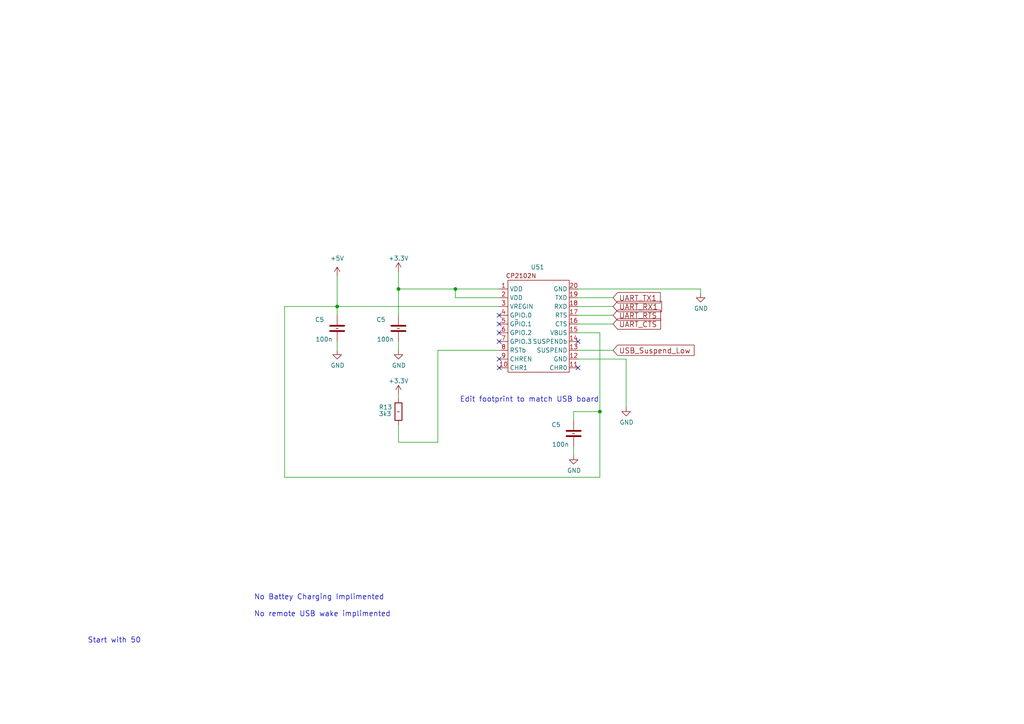
<source format=kicad_sch>
(kicad_sch (version 20230121) (generator eeschema)
  (paper "A4")
  (lib_symbols
    (symbol "Device:C" (pin_numbers hide) (pin_names (offset 0.254))
      (property "Reference" "C" (at 0.635 2.54 0))
      (property "Value" "C" (at 0.635 -2.54 0))
      (symbol "C_0_1"
        (polyline (pts (xy -2.032 -0.762) (xy 2.032 -0.762)) (stroke (width 0.508)))
        (polyline (pts (xy -2.032 0.762) (xy 2.032 0.762)) (stroke (width 0.508)))
      )
      (symbol "C_1_1"
        (pin passive line (at 0 3.81 270) (length 2.794) (name "~") (number "1"))
        (pin passive line (at 0 -3.81 90) (length 2.794) (name "~") (number "2"))
      )
    )
    (symbol "Device:R" (pin_numbers hide) (pin_names (offset 0))
      (property "Reference" "R" (at 2.032 0 90))
      (property "Value" "R" (at 0 0 90))
      (symbol "R_0_1"
        (rectangle (start -1.016 -2.54) (end 1.016 2.54) (stroke (width 0.254)))
      )
      (symbol "R_1_1"
        (pin passive line (at 0 3.81 270) (length 1.27) (name "~") (number "1"))
        (pin passive line (at 0 -3.81 90) (length 1.27) (name "~") (number "2"))
      )
    )
    (symbol "PACSAT_DEV_misc:CP2102N_DEV_IO"
      (property "Reference" "U" (at -8.89 16.51 0))
      (symbol "CP2102N_DEV_IO_0_1"
        (rectangle (start -8.89 12.7) (end 8.89 -13.97))
        (text "CP2102N" (at -5.08 13.97 0) (effects (font (size 1.27 1.27))))
      )
      (symbol "CP2102N_DEV_IO_1_1"
        (pin power_in line (at -11.43 10.16 0) (length 2.54) (name "VDD") (number "1"))
        (pin output line (at -11.43 -12.7 0) (length 2.54) (name "CHR1") (number "10"))
        (pin output line (at 11.43 -12.7 180) (length 2.54) (name "CHR0") (number "11"))
        (pin power_in line (at 11.43 -10.16 180) (length 2.54) (name "GND") (number "12"))
        (pin output line (at 11.43 -7.62 180) (length 2.54) (name "SUSPEND") (number "13"))
        (pin output line (at 11.43 -5.08 180) (length 2.54) (name "SUSPENDb") (number "14"))
        (pin input line (at 11.43 -2.54 180) (length 2.54) (name "VBUS") (number "15"))
        (pin input line (at 11.43 0 180) (length 2.54) (name "CTS") (number "16"))
        (pin output line (at 11.43 2.54 180) (length 2.54) (name "RTS") (number "17"))
        (pin input line (at 11.43 5.08 180) (length 2.54) (name "RXD") (number "18"))
        (pin output line (at 11.43 7.62 180) (length 2.54) (name "TXD") (number "19"))
        (pin power_in line (at -11.43 7.62 0) (length 2.54) (name "VDD") (number "2"))
        (pin power_in line (at 11.43 10.16 180) (length 2.54) (name "GND") (number "20"))
        (pin power_in line (at -11.43 5.08 0) (length 2.54) (name "VREGIN") (number "3"))
        (pin bidirectional line (at -11.43 2.54 0) (length 2.54) (name "GPIO.0") (number "4"))
        (pin bidirectional line (at -11.43 0 0) (length 2.54) (name "GPIO.1") (number "5"))
        (pin bidirectional line (at -11.43 -2.54 0) (length 2.54) (name "GPIO.2") (number "6"))
        (pin bidirectional line (at -11.43 -5.08 0) (length 2.54) (name "GPIO.3") (number "7"))
        (pin input line (at -11.43 -7.62 0) (length 2.54) (name "RSTb") (number "8"))
        (pin output line (at -11.43 -10.16 0) (length 2.54) (name "CHREN") (number "9"))
      )
    )
    (symbol "power:+3.3V" (power) (pin_names (offset 0))
      (property "Value" "+3.3V" (at 0 3.556 0))
      (symbol "+3.3V_0_1"
        (polyline (pts (xy -0.762 1.27) (xy 0 2.54)))
        (polyline (pts (xy 0 0) (xy 0 2.54)))
        (polyline (pts (xy 0 2.54) (xy 0.762 1.27)))
      )
      (symbol "+3.3V_1_1"
        (pin power_in line (at 0 0 90) (length 0) hide (name "+3.3V") (number "1"))
      )
    )
    (symbol "power:+5V" (power) (pin_names (offset 0))
      (property "Value" "+5V" (at 0 3.556 0))
      (symbol "+5V_0_1"
        (polyline (pts (xy -0.762 1.27) (xy 0 2.54)))
        (polyline (pts (xy 0 0) (xy 0 2.54)))
        (polyline (pts (xy 0 2.54) (xy 0.762 1.27)))
      )
      (symbol "+5V_1_1"
        (pin power_in line (at 0 0 90) (length 0) hide (name "+5V") (number "1"))
      )
    )
    (symbol "power:GND" (power) (pin_names (offset 0))
      (property "Value" "GND" (at 0 -3.81 0))
      (symbol "GND_0_1"
        (polyline (pts (xy 0 0) (xy 0 -1.27) (xy 1.27 -1.27) (xy 0 -2.54) (xy -1.27 -1.27) (xy 0 -1.27)))
      )
      (symbol "GND_1_1"
        (pin power_in line (at 0 0 270) (length 0) hide (name "GND") (number "1"))
      )
    )
  )
  (junction (at 97.79 88.9))
  (junction (at 115.57 83.82))
  (junction (at 173.99 119.38))
  (junction (at 132.08 83.82))
  (no_connect (at 167.64 106.68))
  (no_connect (at 167.64 99.06))
  (no_connect (at 144.78 91.44))
  (no_connect (at 144.78 106.68))
  (no_connect (at 144.78 99.06))
  (no_connect (at 144.78 104.14))
  (no_connect (at 144.78 96.52))
  (no_connect (at 144.78 93.98))
  (wire (pts (xy 203.2 83.82) (xy 203.2 85.09)))
  (wire (pts (xy 132.08 83.82) (xy 115.57 83.82)))
  (wire (pts (xy 173.99 138.43) (xy 82.55 138.43)))
  (wire (pts (xy 181.61 104.14) (xy 181.61 118.11)))
  (wire (pts (xy 82.55 88.9) (xy 97.79 88.9)))
  (wire (pts (xy 167.64 86.36) (xy 177.8 86.36)))
  (wire (pts (xy 167.64 101.6) (xy 177.8 101.6)))
  (wire (pts (xy 144.78 83.82) (xy 132.08 83.82)))
  (wire (pts (xy 167.64 104.14) (xy 181.61 104.14)))
  (wire (pts (xy 166.37 121.92) (xy 166.37 119.38)))
  (wire (pts (xy 167.64 83.82) (xy 203.2 83.82)))
  (wire (pts (xy 97.79 88.9) (xy 97.79 80.01)))
  (wire (pts (xy 166.37 119.38) (xy 173.99 119.38)))
  (wire (pts (xy 115.57 128.27) (xy 127 128.27)))
  (wire (pts (xy 167.64 93.98) (xy 177.8 93.98)))
  (wire (pts (xy 97.79 99.06) (xy 97.79 101.6)))
  (wire (pts (xy 127 128.27) (xy 127 101.6)))
  (wire (pts (xy 167.64 88.9) (xy 177.8 88.9)))
  (wire (pts (xy 173.99 119.38) (xy 173.99 138.43)))
  (wire (pts (xy 173.99 96.52) (xy 173.99 119.38)))
  (wire (pts (xy 97.79 88.9) (xy 97.79 91.44)))
  (wire (pts (xy 115.57 99.06) (xy 115.57 101.6)))
  (wire (pts (xy 127 101.6) (xy 144.78 101.6)))
  (wire (pts (xy 167.64 91.44) (xy 177.8 91.44)))
  (wire (pts (xy 132.08 86.36) (xy 132.08 83.82)))
  (wire (pts (xy 115.57 114.3) (xy 115.57 115.57)))
  (wire (pts (xy 144.78 86.36) (xy 132.08 86.36)))
  (wire (pts (xy 115.57 83.82) (xy 115.57 91.44)))
  (wire (pts (xy 115.57 78.74) (xy 115.57 83.82)))
  (wire (pts (xy 167.64 96.52) (xy 173.99 96.52)))
  (wire (pts (xy 166.37 129.54) (xy 166.37 132.08)))
  (wire (pts (xy 82.55 138.43) (xy 82.55 88.9)))
  (wire (pts (xy 144.78 88.9) (xy 97.79 88.9)))
  (wire (pts (xy 115.57 123.19) (xy 115.57 128.27)))
  (text "Start with 50" (at 25.4 186.69 0) (effects (font (size 1.524 1.524)) (justify left bottom)))
  (text "No Battey Charging Implimented\n\nNo remote USB wake implimented" (at 73.66 179.07 0) (effects (font (size 1.524 1.524)) (justify left bottom)))
  (text "Edit footprint to match USB board\n" (at 133.35 116.84 0) (effects (font (size 1.524 1.524)) (justify left bottom)))
  (global_label "USB_Suspend_Low" (shape input) (at 177.8 101.6 0) (effects (font (size 1.524 1.524))) (property "Intersheetrefs" "${INTERSHEET_REFS}" (effects hide)))
  (global_label "UART_TX1" (shape input) (at 177.8 86.36 0) (effects (font (size 1.524 1.524))) (property "Intersheetrefs" "${INTERSHEET_REFS}" (effects hide)))
  (global_label "UART_RX1" (shape input) (at 177.8 88.9 0) (effects (font (size 1.524 1.524))) (property "Intersheetrefs" "${INTERSHEET_REFS}" (effects hide)))
  (global_label "UART_RTS" (shape input) (at 177.8 91.44 0) (effects (font (size 1.524 1.524))) (property "Intersheetrefs" "${INTERSHEET_REFS}" (effects hide)))
  (global_label "UART_CTS" (shape input) (at 177.8 93.98 0) (effects (font (size 1.524 1.524))) (property "Intersheetrefs" "${INTERSHEET_REFS}" (effects hide)))
  (symbol (lib_id "power:GND") (at 203.2 85.09 0) (unit 1)
    (property "Reference" "#PWR05" (effects hide))
    (property "Value" "GND" (at 203.327 89.4842 0))
    (instances (project "PACSAT_DEV_REVB" (path "" (reference "#PWR05") (unit 1)) (path "" (reference "#PWR059") (unit 1))))
  )
  (symbol (lib_id "Device:C") (at 115.57 95.25 0) (unit 1)
    (property "Reference" "C5" (at 110.49 92.71 0))
    (property "Value" "100n" (at 111.76 98.425 0))
    (property "Footprint" "Capacitor_SMD:C_0603_1608Metric_Pad1.08x0.95mm_HandSolder" (effects hide))
    (property "Datasheet" "~" (at 115.57 95.25 0))
    (instances (project "PACSAT_DEV_REVB" (path "" (reference "C5") (unit 1)) (path "" (reference "C52") (unit 1))))
  )
  (symbol (lib_id "power:GND") (at 115.57 101.6 0) (unit 1)
    (property "Reference" "#PWR016" (effects hide))
    (property "Value" "GND" (at 115.697 105.9942 0))
    (instances (project "PACSAT_DEV_REVB" (path "" (reference "#PWR016") (unit 1)) (path "" (reference "#PWR055") (unit 1))))
  )
  (symbol (lib_id "power:+3.3V") (at 115.57 114.3 0) (unit 1)
    (property "Reference" "#PWR033" (effects hide))
    (property "Value" "+3.3V" (at 115.57 110.49 0))
    (instances (project "PACSAT_DEV_REVB" (path "" (reference "#PWR033") (unit 1)) (path "" (reference "#PWR056") (unit 1))))
  )
  (symbol (lib_id "Device:C") (at 166.37 125.73 0) (unit 1)
    (property "Reference" "C5" (at 161.29 123.19 0))
    (property "Value" "100n" (at 162.56 128.905 0))
    (property "Footprint" "Capacitor_SMD:C_0603_1608Metric_Pad1.08x0.95mm_HandSolder" (effects hide))
    (property "Datasheet" "~" (at 166.37 125.73 0))
    (instances (project "PACSAT_DEV_REVB" (path "" (reference "C5") (unit 1)) (path "" (reference "C53") (unit 1))))
  )
  (symbol (lib_id "power:+3.3V") (at 115.57 78.74 0) (unit 1)
    (property "Reference" "#PWR04" (effects hide))
    (property "Value" "+3.3V" (at 115.57 74.93 0))
    (instances (project "PACSAT_DEV_REVB" (path "" (reference "#PWR04") (unit 1)) (path "" (reference "#PWR054") (unit 1))))
  )
  (symbol (lib_id "PACSAT_DEV_misc:CP2102N_DEV_IO") (at 156.21 93.98 0) (unit 1)
    (property "Reference" "U51" (at 155.9021 77.47 0))
    (property "Value" "~" (at 149.86 92.71 0))
    (property "Footprint" "Package_DIP:DIP-20_W8.89mm_SMDSocket_LongPads" (effects hide))
  )
  (symbol (lib_id "Device:C") (at 97.79 95.25 0) (unit 1)
    (property "Reference" "C5" (at 92.71 92.71 0))
    (property "Value" "100n" (at 93.98 98.425 0))
    (property "Footprint" "Capacitor_SMD:C_0603_1608Metric_Pad1.08x0.95mm_HandSolder" (effects hide))
    (property "Datasheet" "~" (at 97.79 95.25 0))
    (instances (project "PACSAT_DEV_REVB" (path "" (reference "C5") (unit 1)) (path "" (reference "C51") (unit 1))))
  )
  (symbol (lib_id "power:GND") (at 166.37 132.08 0) (unit 1)
    (property "Reference" "#PWR016" (effects hide))
    (property "Value" "GND" (at 166.497 136.4742 0))
    (instances (project "PACSAT_DEV_REVB" (path "" (reference "#PWR016") (unit 1)) (path "" (reference "#PWR034") (unit 1))))
  )
  (symbol (lib_id "power:+5V") (at 97.79 80.01 0) (unit 1)
    (property "Reference" "#PWR0103" (effects hide))
    (property "Value" "+5V" (at 97.79 74.93 0))
    (property "Sim.Device" "SPICE" (effects hide))
    (property "Sim.Params" "type=\"I\" model=\"dc 5 ac 0\" lib=\"\"" (effects hide))
    (property "Sim.Pins" "1=1" (effects hide))
    (instances (project "PACSAT_DEV_REVB" (path "" (reference "#PWR0103") (unit 1)) (path "" (reference "#PWR058") (unit 1)) (path "" (reference "#PWR052") (unit 1))))
  )
  (symbol (lib_id "Device:R") (at 115.57 119.38 0) (unit 1)
    (property "Reference" "R13" (at 109.855 118.11 0) (effects (justify left)))
    (property "Value" "3k3" (at 109.855 120.015 0) (effects (justify left)))
    (property "Footprint" "Resistor_SMD:R_0603_1608Metric_Pad0.98x0.95mm_HandSolder" (effects hide))
    (property "Datasheet" "~" (at 115.57 119.38 0))
    (instances (project "PACSAT_DEV_REVB" (path "" (reference "R13") (unit 1)) (path "" (reference "R51") (unit 1))))
  )
  (symbol (lib_id "power:GND") (at 97.79 101.6 0) (unit 1)
    (property "Reference" "#PWR016" (effects hide))
    (property "Value" "GND" (at 97.917 105.9942 0))
    (instances (project "PACSAT_DEV_REVB" (path "" (reference "#PWR016") (unit 1)) (path "" (reference "#PWR053") (unit 1))))
  )
  (symbol (lib_id "power:GND") (at 181.61 118.11 0) (unit 1)
    (property "Reference" "#PWR05" (effects hide))
    (property "Value" "GND" (at 181.737 122.5042 0))
    (instances (project "PACSAT_DEV_REVB" (path "" (reference "#PWR05") (unit 1)) (path "" (reference "#PWR057") (unit 1))))
  )
)
</source>
